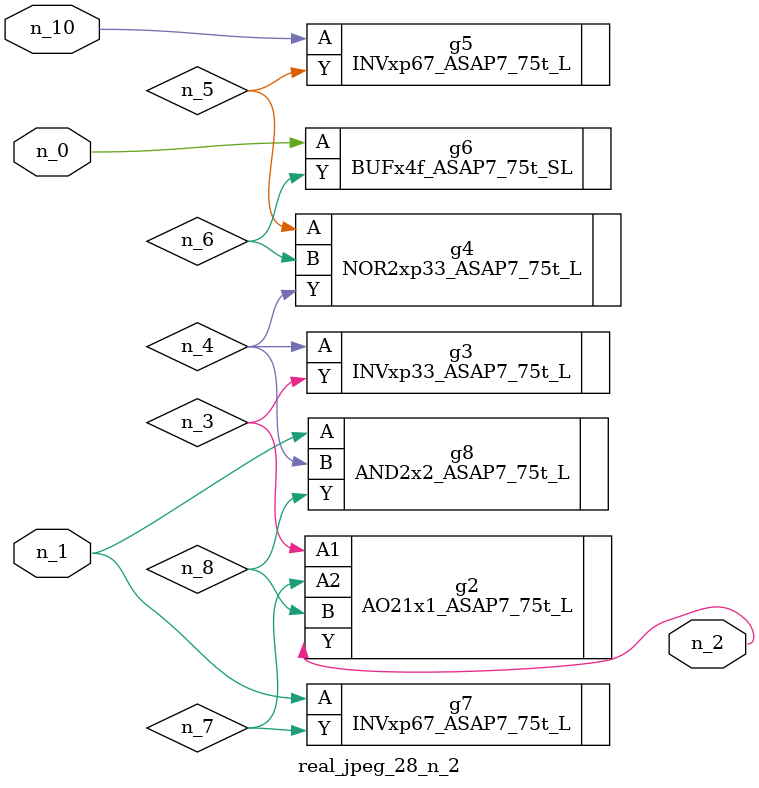
<source format=v>
module real_jpeg_28_n_2 (n_1, n_10, n_0, n_2);

input n_1;
input n_10;
input n_0;

output n_2;

wire n_5;
wire n_4;
wire n_8;
wire n_6;
wire n_7;
wire n_3;

BUFx4f_ASAP7_75t_SL g6 ( 
.A(n_0),
.Y(n_6)
);

INVxp67_ASAP7_75t_L g7 ( 
.A(n_1),
.Y(n_7)
);

AND2x2_ASAP7_75t_L g8 ( 
.A(n_1),
.B(n_4),
.Y(n_8)
);

AO21x1_ASAP7_75t_L g2 ( 
.A1(n_3),
.A2(n_7),
.B(n_8),
.Y(n_2)
);

INVxp33_ASAP7_75t_L g3 ( 
.A(n_4),
.Y(n_3)
);

NOR2xp33_ASAP7_75t_L g4 ( 
.A(n_5),
.B(n_6),
.Y(n_4)
);

INVxp67_ASAP7_75t_L g5 ( 
.A(n_10),
.Y(n_5)
);


endmodule
</source>
